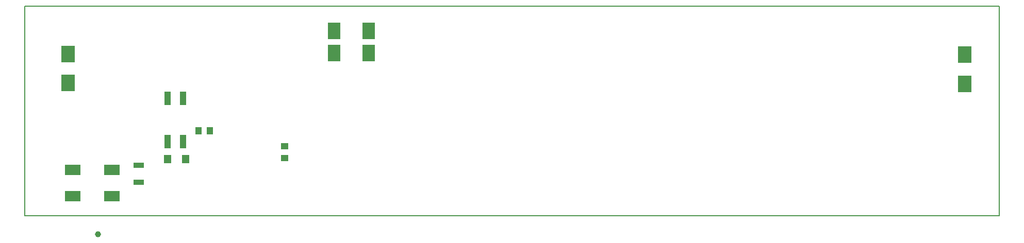
<source format=gtp>
%FSLAX25Y25*%
%MOIN*%
G70*
G01*
G75*
G04 Layer_Color=8421504*
%ADD10C,0.03937*%
%ADD11R,0.07874X0.11024*%
%ADD12C,0.03937*%
%ADD13R,0.03937X0.09055*%
%ADD14R,0.09055X0.11024*%
%ADD15R,0.04724X0.03937*%
%ADD16R,0.03937X0.04724*%
%ADD17R,0.04724X0.05512*%
%ADD18R,0.06693X0.03740*%
%ADD19R,0.09843X0.07087*%
%ADD20C,0.03000*%
%ADD21C,0.00800*%
%ADD22C,0.06000*%
%ADD23C,0.04000*%
%ADD24C,0.01000*%
%ADD25C,0.02000*%
%ADD26C,0.11000*%
%ADD27C,0.00500*%
%ADD28C,0.01969*%
%ADD29R,0.06693X0.06693*%
%ADD30C,0.06693*%
%ADD31O,0.19685X0.15748*%
%ADD32C,0.06102*%
%ADD33R,0.06299X0.06299*%
%ADD34C,0.06299*%
%ADD35C,0.07087*%
%ADD36C,0.07874*%
%ADD37C,0.10630*%
%ADD38R,0.10630X0.10630*%
%ADD39R,0.05118X0.05118*%
%ADD40C,0.05118*%
%ADD41C,0.03600*%
%ADD42C,0.02400*%
%ADD43R,0.05512X0.04724*%
%ADD44R,0.01575X0.03937*%
%ADD45R,0.07874X0.01575*%
%ADD46R,0.03937X0.11811*%
%ADD47R,0.18898X0.20079*%
%ADD48R,0.04724X0.03150*%
%ADD49R,0.02953X0.02362*%
%ADD50R,0.03740X0.06693*%
%ADD51O,0.07874X0.02402*%
%ADD52O,0.07874X0.02400*%
%ADD53C,0.01500*%
%ADD54C,0.00787*%
%ADD55C,0.00984*%
%ADD56C,0.11811*%
%ADD57R,0.17323X0.01378*%
D11*
X-430100Y105400D02*
D03*
X-407659D02*
D03*
X-407559Y119800D02*
D03*
X-430000D02*
D03*
D12*
X-582677Y-11811D02*
D03*
D13*
X-537500Y76000D02*
D03*
X-527500D02*
D03*
Y48000D02*
D03*
X-537500D02*
D03*
D14*
X-22400Y85451D02*
D03*
Y104349D02*
D03*
X-602100Y86051D02*
D03*
Y104949D02*
D03*
D15*
X-462000Y37520D02*
D03*
Y45000D02*
D03*
D16*
X-517600Y55100D02*
D03*
X-510120D02*
D03*
D17*
X-526091Y36800D02*
D03*
X-537509D02*
D03*
D18*
X-556200Y21888D02*
D03*
Y32912D02*
D03*
D19*
X-573600Y12835D02*
D03*
Y29765D02*
D03*
X-599000Y12835D02*
D03*
Y29765D02*
D03*
D27*
X-629921Y0D02*
Y135827D01*
X-0Y0D02*
X0Y0D01*
X-629921Y135827D02*
X0D01*
Y0D02*
Y135827D01*
X-629921Y0D02*
X-0D01*
M02*

</source>
